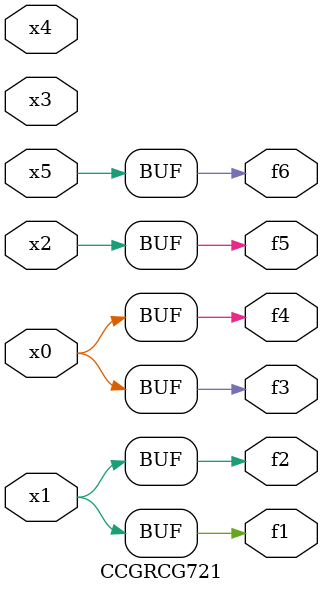
<source format=v>
module CCGRCG721(
	input x0, x1, x2, x3, x4, x5,
	output f1, f2, f3, f4, f5, f6
);
	assign f1 = x1;
	assign f2 = x1;
	assign f3 = x0;
	assign f4 = x0;
	assign f5 = x2;
	assign f6 = x5;
endmodule

</source>
